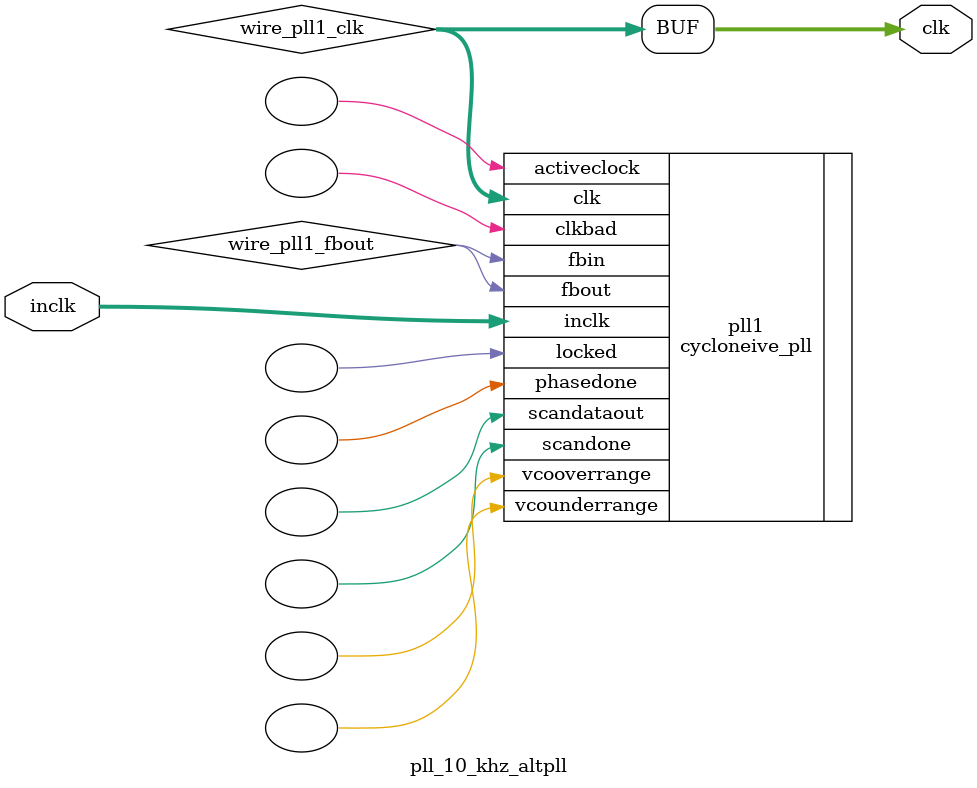
<source format=v>






//synthesis_resources = cycloneive_pll 1 
//synopsys translate_off
`timescale 1 ps / 1 ps
//synopsys translate_on
module  pll_10_khz_altpll
	( 
	clk,
	inclk) /* synthesis synthesis_clearbox=1 */;
	output   [4:0]  clk;
	input   [1:0]  inclk;
`ifndef ALTERA_RESERVED_QIS
// synopsys translate_off
`endif
	tri0   [1:0]  inclk;
`ifndef ALTERA_RESERVED_QIS
// synopsys translate_on
`endif

	wire  [4:0]   wire_pll1_clk;
	wire  wire_pll1_fbout;

	cycloneive_pll   pll1
	( 
	.activeclock(),
	.clk(wire_pll1_clk),
	.clkbad(),
	.fbin(wire_pll1_fbout),
	.fbout(wire_pll1_fbout),
	.inclk(inclk),
	.locked(),
	.phasedone(),
	.scandataout(),
	.scandone(),
	.vcooverrange(),
	.vcounderrange()
	`ifndef FORMAL_VERIFICATION
	// synopsys translate_off
	`endif
	,
	.areset(1'b0),
	.clkswitch(1'b0),
	.configupdate(1'b0),
	.pfdena(1'b1),
	.phasecounterselect({3{1'b0}}),
	.phasestep(1'b0),
	.phaseupdown(1'b0),
	.scanclk(1'b0),
	.scanclkena(1'b1),
	.scandata(1'b0)
	`ifndef FORMAL_VERIFICATION
	// synopsys translate_on
	`endif
	);
	defparam
		pll1.bandwidth_type = "auto",
		pll1.clk0_divide_by = 5000,
		pll1.clk0_duty_cycle = 50,
		pll1.clk0_multiply_by = 1,
		pll1.clk0_phase_shift = "0",
		pll1.compensate_clock = "clk0",
		pll1.inclk0_input_frequency = 20000,
		pll1.operation_mode = "normal",
		pll1.pll_type = "auto",
		pll1.lpm_type = "cycloneive_pll";
	assign
		clk = {wire_pll1_clk[4:0]};
endmodule //pll_10_khz_altpll
//VALID FILE

</source>
